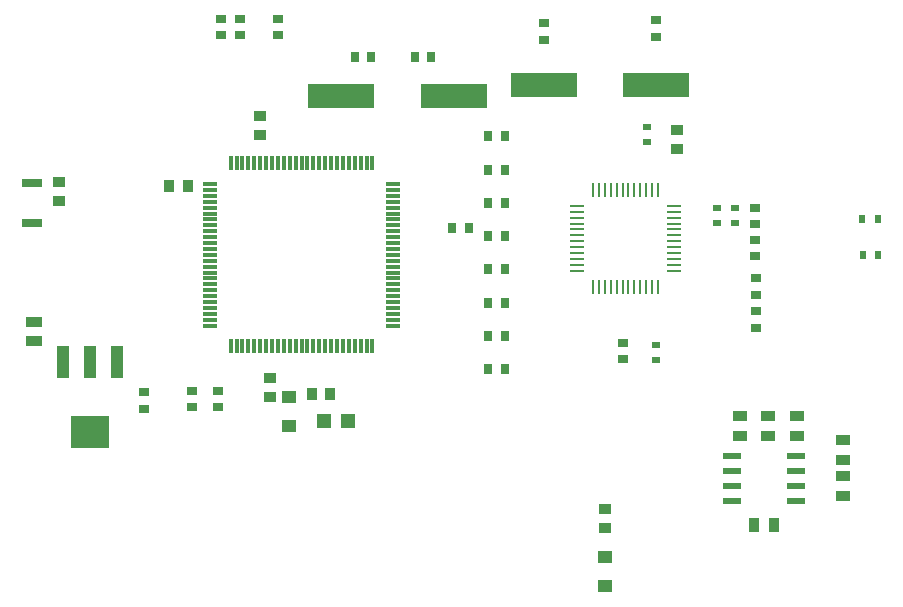
<source format=gbr>
%TF.GenerationSoftware,Altium Limited,Altium Designer,18.1.6 (161)*%
G04 Layer_Color=8421504*
%FSLAX26Y26*%
%MOIN*%
%TF.FileFunction,Paste,Top*%
%TF.Part,Single*%
G01*
G75*
%TA.AperFunction,SMDPad,CuDef*%
%ADD11R,0.027559X0.035433*%
%ADD12R,0.031496X0.023622*%
%ADD13R,0.039370X0.035433*%
%ADD14R,0.023622X0.031496*%
%ADD15R,0.049213X0.043307*%
%ADD16R,0.053150X0.037402*%
%ADD17R,0.035433X0.039370*%
%ADD18R,0.047244X0.047244*%
%ADD19R,0.033465X0.051181*%
%ADD20R,0.051181X0.033465*%
%ADD21R,0.059843X0.023622*%
%ADD22R,0.035433X0.027559*%
%ADD23R,0.220472X0.082677*%
%ADD24R,0.039370X0.106299*%
%ADD25R,0.129921X0.106299*%
%ADD26R,0.011811X0.047244*%
%ADD27R,0.047244X0.011811*%
%ADD28R,0.066929X0.031496*%
G04:AMPARAMS|DCode=29|XSize=9.842mil|YSize=49.213mil|CornerRadius=1.968mil|HoleSize=0mil|Usage=FLASHONLY|Rotation=90.000|XOffset=0mil|YOffset=0mil|HoleType=Round|Shape=RoundedRectangle|*
%AMROUNDEDRECTD29*
21,1,0.009842,0.045276,0,0,90.0*
21,1,0.005906,0.049213,0,0,90.0*
1,1,0.003937,0.022638,0.002953*
1,1,0.003937,0.022638,-0.002953*
1,1,0.003937,-0.022638,-0.002953*
1,1,0.003937,-0.022638,0.002953*
%
%ADD29ROUNDEDRECTD29*%
G04:AMPARAMS|DCode=30|XSize=9.842mil|YSize=49.213mil|CornerRadius=1.968mil|HoleSize=0mil|Usage=FLASHONLY|Rotation=180.000|XOffset=0mil|YOffset=0mil|HoleType=Round|Shape=RoundedRectangle|*
%AMROUNDEDRECTD30*
21,1,0.009842,0.045276,0,0,180.0*
21,1,0.005906,0.049213,0,0,180.0*
1,1,0.003937,-0.002953,0.022638*
1,1,0.003937,0.002953,0.022638*
1,1,0.003937,0.002953,-0.022638*
1,1,0.003937,-0.002953,-0.022638*
%
%ADD30ROUNDEDRECTD30*%
D11*
X3152559Y3240000D02*
D03*
X3097441D02*
D03*
X3272559Y2768386D02*
D03*
X3217441D02*
D03*
X3272559Y2879331D02*
D03*
X3217441D02*
D03*
X3272559Y2990275D02*
D03*
X3217441D02*
D03*
X3272559Y3101220D02*
D03*
X3217441D02*
D03*
X3272559Y3212165D02*
D03*
X3217441D02*
D03*
X3272559Y3323110D02*
D03*
X3217441D02*
D03*
X3272559Y3545000D02*
D03*
X3217441D02*
D03*
X3272559Y3434055D02*
D03*
X3217441D02*
D03*
X2972441Y3810000D02*
D03*
X3027559D02*
D03*
X2827559Y3810000D02*
D03*
X2772441D02*
D03*
D12*
X3745000Y3575590D02*
D03*
Y3524409D02*
D03*
X4040000Y3254409D02*
D03*
Y3305590D02*
D03*
X3980000Y3254409D02*
D03*
Y3305590D02*
D03*
X3775000Y2850591D02*
D03*
Y2799410D02*
D03*
D13*
X3845000Y3503504D02*
D03*
Y3566496D02*
D03*
X3606102Y2238504D02*
D03*
Y2301496D02*
D03*
X2490000Y2740000D02*
D03*
Y2677008D02*
D03*
X1785000Y3328504D02*
D03*
Y3391496D02*
D03*
X2455000Y3611496D02*
D03*
Y3548504D02*
D03*
D14*
X4515591Y3267716D02*
D03*
X4464409D02*
D03*
X4516181Y3149606D02*
D03*
X4465000D02*
D03*
D15*
X3605000Y2045787D02*
D03*
Y2144213D02*
D03*
X2554291Y2578307D02*
D03*
Y2676732D02*
D03*
D16*
X1703543Y2926496D02*
D03*
Y2863504D02*
D03*
D17*
X2628504Y2685000D02*
D03*
X2691496D02*
D03*
X2153504Y3380000D02*
D03*
X2216496D02*
D03*
D18*
X2751339Y2595000D02*
D03*
X2668661D02*
D03*
D19*
X4101535Y2250000D02*
D03*
X4168465D02*
D03*
D20*
X4400000Y2466535D02*
D03*
Y2533465D02*
D03*
Y2346535D02*
D03*
Y2413465D02*
D03*
X4055000Y2613464D02*
D03*
Y2546535D02*
D03*
X4150000Y2613465D02*
D03*
Y2546535D02*
D03*
X4245000Y2613465D02*
D03*
Y2546535D02*
D03*
D21*
X4244370Y2330000D02*
D03*
Y2380000D02*
D03*
Y2430000D02*
D03*
Y2480000D02*
D03*
X4028622Y2330000D02*
D03*
Y2380000D02*
D03*
Y2430000D02*
D03*
Y2480000D02*
D03*
D22*
X3665157Y2857559D02*
D03*
Y2802441D02*
D03*
X2070000Y2637441D02*
D03*
Y2692559D02*
D03*
X2390000Y3937559D02*
D03*
Y3882441D02*
D03*
X2516260Y3937559D02*
D03*
Y3882441D02*
D03*
X2315000Y2697559D02*
D03*
Y2642441D02*
D03*
X2230000Y2697559D02*
D03*
Y2642441D02*
D03*
X4105000Y3307559D02*
D03*
Y3252441D02*
D03*
X4110000Y3072559D02*
D03*
Y3017441D02*
D03*
X4110000Y2907441D02*
D03*
Y2962559D02*
D03*
X4105000Y3144882D02*
D03*
Y3200000D02*
D03*
X2325000Y3882441D02*
D03*
Y3937559D02*
D03*
X3402992Y3922559D02*
D03*
Y3867441D02*
D03*
X3775000Y3932559D02*
D03*
Y3877441D02*
D03*
D23*
X3102008Y3680000D02*
D03*
X2727992D02*
D03*
X3402992Y3715000D02*
D03*
X3777008D02*
D03*
D24*
X1980551Y2791142D02*
D03*
X1890000D02*
D03*
X1799449D02*
D03*
D25*
X1890000Y2558858D02*
D03*
D26*
X2831220Y3454803D02*
D03*
X2811535D02*
D03*
X2791850D02*
D03*
X2772165D02*
D03*
X2752480D02*
D03*
X2732795D02*
D03*
X2713110D02*
D03*
X2693425D02*
D03*
X2673740D02*
D03*
X2654055D02*
D03*
X2634370D02*
D03*
X2614685D02*
D03*
X2595000D02*
D03*
X2575315D02*
D03*
X2555630D02*
D03*
X2535945D02*
D03*
X2516260D02*
D03*
X2496575D02*
D03*
X2476890D02*
D03*
X2457205D02*
D03*
X2437520D02*
D03*
X2417835D02*
D03*
X2398150D02*
D03*
X2378465D02*
D03*
X2358780D02*
D03*
Y2844567D02*
D03*
X2378465D02*
D03*
X2398150D02*
D03*
X2417835D02*
D03*
X2437520D02*
D03*
X2457205D02*
D03*
X2476890D02*
D03*
X2496575D02*
D03*
X2516260D02*
D03*
X2535945D02*
D03*
X2555630D02*
D03*
X2575315D02*
D03*
X2595000D02*
D03*
X2614685D02*
D03*
X2634370D02*
D03*
X2654055D02*
D03*
X2673740D02*
D03*
X2693425D02*
D03*
X2713110D02*
D03*
X2732795D02*
D03*
X2752480D02*
D03*
X2772165D02*
D03*
X2791850D02*
D03*
X2811535D02*
D03*
X2831220D02*
D03*
D27*
X2289882Y3385905D02*
D03*
Y3366220D02*
D03*
Y3346535D02*
D03*
Y3326850D02*
D03*
Y3307165D02*
D03*
Y3287480D02*
D03*
Y3267795D02*
D03*
Y3248110D02*
D03*
Y3228425D02*
D03*
Y3208740D02*
D03*
Y3189055D02*
D03*
Y3169370D02*
D03*
Y3149685D02*
D03*
Y3130000D02*
D03*
Y3110315D02*
D03*
Y3090630D02*
D03*
Y3070945D02*
D03*
Y3051260D02*
D03*
Y3031575D02*
D03*
Y3011890D02*
D03*
Y2992205D02*
D03*
Y2972520D02*
D03*
Y2952835D02*
D03*
Y2933150D02*
D03*
Y2913465D02*
D03*
X2900118D02*
D03*
Y2933150D02*
D03*
Y2952835D02*
D03*
Y2972520D02*
D03*
Y2992205D02*
D03*
Y3011890D02*
D03*
Y3031575D02*
D03*
Y3051260D02*
D03*
Y3070945D02*
D03*
Y3090630D02*
D03*
Y3110315D02*
D03*
Y3130000D02*
D03*
Y3149685D02*
D03*
Y3169370D02*
D03*
Y3189055D02*
D03*
Y3208740D02*
D03*
Y3228425D02*
D03*
Y3248110D02*
D03*
Y3267795D02*
D03*
Y3287480D02*
D03*
Y3307165D02*
D03*
Y3326850D02*
D03*
Y3346535D02*
D03*
Y3366220D02*
D03*
Y3385905D02*
D03*
D28*
X1695000Y3390039D02*
D03*
Y3256181D02*
D03*
D29*
X3512441Y3096732D02*
D03*
Y3116417D02*
D03*
Y3136102D02*
D03*
Y3155787D02*
D03*
Y3175472D02*
D03*
Y3195157D02*
D03*
Y3214843D02*
D03*
Y3234528D02*
D03*
Y3254213D02*
D03*
Y3273898D02*
D03*
Y3293583D02*
D03*
Y3313268D02*
D03*
X3837244D02*
D03*
Y3293583D02*
D03*
Y3273898D02*
D03*
Y3254213D02*
D03*
Y3234528D02*
D03*
Y3214843D02*
D03*
Y3195157D02*
D03*
Y3175472D02*
D03*
Y3155787D02*
D03*
Y3136102D02*
D03*
Y3116417D02*
D03*
Y3096732D02*
D03*
D30*
X3566575Y3367401D02*
D03*
X3586260D02*
D03*
X3605945D02*
D03*
X3625630D02*
D03*
X3645315D02*
D03*
X3665000D02*
D03*
X3684685D02*
D03*
X3704370D02*
D03*
X3724055D02*
D03*
X3743740D02*
D03*
X3763425D02*
D03*
X3783110D02*
D03*
Y3042598D02*
D03*
X3763425D02*
D03*
X3743740D02*
D03*
X3724055D02*
D03*
X3704370D02*
D03*
X3684685D02*
D03*
X3665000D02*
D03*
X3645315D02*
D03*
X3625630D02*
D03*
X3605945D02*
D03*
X3586260D02*
D03*
X3566575D02*
D03*
%TF.MD5,ab1d5f7236c9bb5a56bd99976ddfa758*%
M02*

</source>
